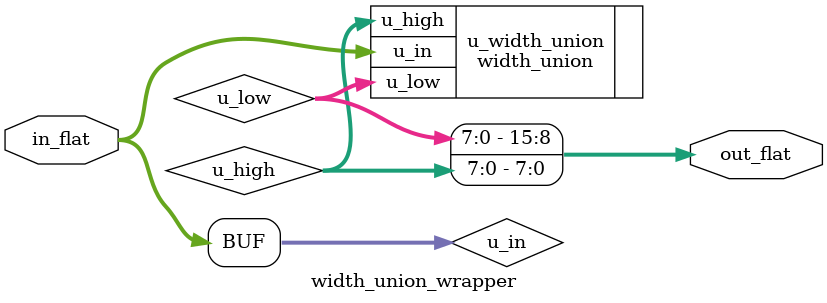
<source format=sv>
module width_union_wrapper (
    input  wire [15:0] in_flat,
    output wire [15:0] out_flat
);

  // Slice `in_flat` into original inputs
  wire [15:0] u_in = in_flat[15:0];

  // Wires to capture original module outputs
  wire [7:0] u_low;
  wire [7:0] u_high;

  // Instantiate the original module
  width_union u_width_union (
    .u_in(u_in),
    .u_low(u_low),
    .u_high(u_high)
  );

  // Pack original outputs into `out_flat`
  assign out_flat[15:8] = u_low;
  assign out_flat[7:0] = u_high;

endmodule  // width_union_wrapper
</source>
